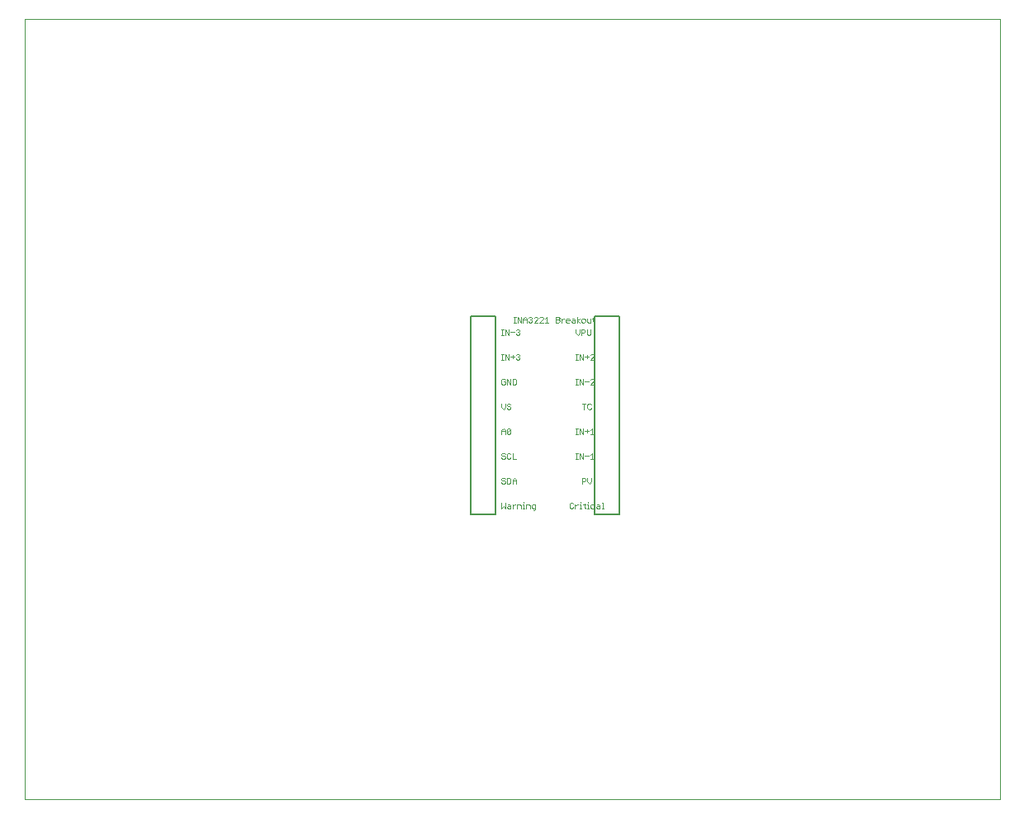
<source format=gto>
G75*
%MOIN*%
%OFA0B0*%
%FSLAX25Y25*%
%IPPOS*%
%LPD*%
%AMOC8*
5,1,8,0,0,1.08239X$1,22.5*
%
%ADD10C,0.00000*%
%ADD11C,0.00200*%
%ADD12C,0.00500*%
D10*
X0001000Y0001000D02*
X0001000Y0315961D01*
X0394701Y0315961D01*
X0394701Y0001000D01*
X0001000Y0001000D01*
D11*
X0193600Y0118600D02*
X0194334Y0119334D01*
X0195068Y0118600D01*
X0195068Y0120802D01*
X0196177Y0120068D02*
X0196911Y0120068D01*
X0197278Y0119701D01*
X0197278Y0118600D01*
X0196177Y0118600D01*
X0195810Y0118967D01*
X0196177Y0119334D01*
X0197278Y0119334D01*
X0198020Y0119334D02*
X0198754Y0120068D01*
X0199121Y0120068D01*
X0199861Y0120068D02*
X0200962Y0120068D01*
X0201329Y0119701D01*
X0201329Y0118600D01*
X0202071Y0118600D02*
X0202805Y0118600D01*
X0202438Y0118600D02*
X0202438Y0120068D01*
X0202071Y0120068D01*
X0202438Y0120802D02*
X0202438Y0121169D01*
X0203544Y0120068D02*
X0204645Y0120068D01*
X0205012Y0119701D01*
X0205012Y0118600D01*
X0205754Y0118967D02*
X0206121Y0118600D01*
X0207222Y0118600D01*
X0207222Y0118233D02*
X0207222Y0120068D01*
X0206121Y0120068D01*
X0205754Y0119701D01*
X0205754Y0118967D01*
X0206488Y0117866D02*
X0206855Y0117866D01*
X0207222Y0118233D01*
X0203544Y0118600D02*
X0203544Y0120068D01*
X0199861Y0120068D02*
X0199861Y0118600D01*
X0198020Y0118600D02*
X0198020Y0120068D01*
X0193600Y0120802D02*
X0193600Y0118600D01*
X0193967Y0128600D02*
X0193600Y0128967D01*
X0193967Y0128600D02*
X0194701Y0128600D01*
X0195068Y0128967D01*
X0195068Y0129334D01*
X0194701Y0129701D01*
X0193967Y0129701D01*
X0193600Y0130068D01*
X0193600Y0130435D01*
X0193967Y0130802D01*
X0194701Y0130802D01*
X0195068Y0130435D01*
X0195810Y0130802D02*
X0196911Y0130802D01*
X0197278Y0130435D01*
X0197278Y0128967D01*
X0196911Y0128600D01*
X0195810Y0128600D01*
X0195810Y0130802D01*
X0198020Y0130068D02*
X0198020Y0128600D01*
X0198020Y0129701D02*
X0199488Y0129701D01*
X0199488Y0130068D02*
X0199488Y0128600D01*
X0199488Y0130068D02*
X0198754Y0130802D01*
X0198020Y0130068D01*
X0198020Y0138600D02*
X0199488Y0138600D01*
X0198020Y0138600D02*
X0198020Y0140802D01*
X0197278Y0140435D02*
X0196911Y0140802D01*
X0196177Y0140802D01*
X0195810Y0140435D01*
X0195810Y0138967D01*
X0196177Y0138600D01*
X0196911Y0138600D01*
X0197278Y0138967D01*
X0195068Y0138967D02*
X0194701Y0138600D01*
X0193967Y0138600D01*
X0193600Y0138967D01*
X0193967Y0139701D02*
X0193600Y0140068D01*
X0193600Y0140435D01*
X0193967Y0140802D01*
X0194701Y0140802D01*
X0195068Y0140435D01*
X0194701Y0139701D02*
X0195068Y0139334D01*
X0195068Y0138967D01*
X0194701Y0139701D02*
X0193967Y0139701D01*
X0193600Y0148600D02*
X0193600Y0150068D01*
X0194334Y0150802D01*
X0195068Y0150068D01*
X0195068Y0148600D01*
X0195810Y0148967D02*
X0197278Y0150435D01*
X0197278Y0148967D01*
X0196911Y0148600D01*
X0196177Y0148600D01*
X0195810Y0148967D01*
X0195810Y0150435D01*
X0196177Y0150802D01*
X0196911Y0150802D01*
X0197278Y0150435D01*
X0195068Y0149701D02*
X0193600Y0149701D01*
X0194334Y0158600D02*
X0193600Y0159334D01*
X0193600Y0160802D01*
X0195068Y0160802D02*
X0195068Y0159334D01*
X0194334Y0158600D01*
X0195810Y0158967D02*
X0196177Y0158600D01*
X0196911Y0158600D01*
X0197278Y0158967D01*
X0197278Y0159334D01*
X0196911Y0159701D01*
X0196177Y0159701D01*
X0195810Y0160068D01*
X0195810Y0160435D01*
X0196177Y0160802D01*
X0196911Y0160802D01*
X0197278Y0160435D01*
X0197278Y0168600D02*
X0197278Y0170802D01*
X0198020Y0170802D02*
X0199121Y0170802D01*
X0199488Y0170435D01*
X0199488Y0168967D01*
X0199121Y0168600D01*
X0198020Y0168600D01*
X0198020Y0170802D01*
X0195810Y0170802D02*
X0197278Y0168600D01*
X0195810Y0168600D02*
X0195810Y0170802D01*
X0195068Y0170435D02*
X0194701Y0170802D01*
X0193967Y0170802D01*
X0193600Y0170435D01*
X0193600Y0168967D01*
X0193967Y0168600D01*
X0194701Y0168600D01*
X0195068Y0168967D01*
X0195068Y0169701D01*
X0194334Y0169701D01*
X0194334Y0178600D02*
X0193600Y0178600D01*
X0193967Y0178600D02*
X0193967Y0180802D01*
X0193600Y0180802D02*
X0194334Y0180802D01*
X0195073Y0180802D02*
X0196541Y0178600D01*
X0196541Y0180802D01*
X0197283Y0179701D02*
X0198751Y0179701D01*
X0198017Y0180435D02*
X0198017Y0178967D01*
X0199493Y0178967D02*
X0199860Y0178600D01*
X0200594Y0178600D01*
X0200961Y0178967D01*
X0200961Y0179334D01*
X0200594Y0179701D01*
X0200227Y0179701D01*
X0200594Y0179701D02*
X0200961Y0180068D01*
X0200961Y0180435D01*
X0200594Y0180802D01*
X0199860Y0180802D01*
X0199493Y0180435D01*
X0195073Y0180802D02*
X0195073Y0178600D01*
X0195073Y0188600D02*
X0195073Y0190802D01*
X0196541Y0188600D01*
X0196541Y0190802D01*
X0197283Y0189701D02*
X0198751Y0189701D01*
X0199493Y0190435D02*
X0199860Y0190802D01*
X0200594Y0190802D01*
X0200961Y0190435D01*
X0200961Y0190068D01*
X0200594Y0189701D01*
X0200961Y0189334D01*
X0200961Y0188967D01*
X0200594Y0188600D01*
X0199860Y0188600D01*
X0199493Y0188967D01*
X0200227Y0189701D02*
X0200594Y0189701D01*
X0194334Y0190802D02*
X0193600Y0190802D01*
X0193967Y0190802D02*
X0193967Y0188600D01*
X0193600Y0188600D02*
X0194334Y0188600D01*
X0198600Y0193600D02*
X0199334Y0193600D01*
X0198967Y0193600D02*
X0198967Y0195802D01*
X0198600Y0195802D02*
X0199334Y0195802D01*
X0200073Y0195802D02*
X0201541Y0193600D01*
X0201541Y0195802D01*
X0202283Y0195068D02*
X0203017Y0195802D01*
X0203751Y0195068D01*
X0203751Y0193600D01*
X0204493Y0193967D02*
X0204860Y0193600D01*
X0205594Y0193600D01*
X0205961Y0193967D01*
X0205961Y0194334D01*
X0205594Y0194701D01*
X0205227Y0194701D01*
X0205594Y0194701D02*
X0205961Y0195068D01*
X0205961Y0195435D01*
X0205594Y0195802D01*
X0204860Y0195802D01*
X0204493Y0195435D01*
X0203751Y0194701D02*
X0202283Y0194701D01*
X0202283Y0195068D02*
X0202283Y0193600D01*
X0200073Y0193600D02*
X0200073Y0195802D01*
X0206703Y0195435D02*
X0207070Y0195802D01*
X0207804Y0195802D01*
X0208171Y0195435D01*
X0208171Y0195068D01*
X0206703Y0193600D01*
X0208171Y0193600D01*
X0208913Y0193600D02*
X0210381Y0195068D01*
X0210381Y0195435D01*
X0210014Y0195802D01*
X0209280Y0195802D01*
X0208913Y0195435D01*
X0208913Y0193600D02*
X0210381Y0193600D01*
X0211123Y0193600D02*
X0212591Y0193600D01*
X0211857Y0193600D02*
X0211857Y0195802D01*
X0211123Y0195068D01*
X0215542Y0194701D02*
X0216643Y0194701D01*
X0217010Y0194334D01*
X0217010Y0193967D01*
X0216643Y0193600D01*
X0215542Y0193600D01*
X0215542Y0195802D01*
X0216643Y0195802D01*
X0217010Y0195435D01*
X0217010Y0195068D01*
X0216643Y0194701D01*
X0217752Y0195068D02*
X0217752Y0193600D01*
X0217752Y0194334D02*
X0218486Y0195068D01*
X0218853Y0195068D01*
X0219594Y0194701D02*
X0219961Y0195068D01*
X0220695Y0195068D01*
X0221062Y0194701D01*
X0221062Y0194334D01*
X0219594Y0194334D01*
X0219594Y0193967D02*
X0219594Y0194701D01*
X0219594Y0193967D02*
X0219961Y0193600D01*
X0220695Y0193600D01*
X0221804Y0193967D02*
X0222171Y0194334D01*
X0223272Y0194334D01*
X0223272Y0194701D02*
X0223272Y0193600D01*
X0222171Y0193600D01*
X0221804Y0193967D01*
X0222171Y0195068D02*
X0222905Y0195068D01*
X0223272Y0194701D01*
X0224014Y0194334D02*
X0225115Y0195068D01*
X0225855Y0194701D02*
X0225855Y0193967D01*
X0226222Y0193600D01*
X0226956Y0193600D01*
X0227323Y0193967D01*
X0227323Y0194701D01*
X0226956Y0195068D01*
X0226222Y0195068D01*
X0225855Y0194701D01*
X0225115Y0193600D02*
X0224014Y0194334D01*
X0224014Y0193600D02*
X0224014Y0195802D01*
X0228065Y0195068D02*
X0228065Y0193967D01*
X0228432Y0193600D01*
X0229533Y0193600D01*
X0229533Y0195068D01*
X0230275Y0195068D02*
X0231009Y0195068D01*
X0230642Y0195435D02*
X0230642Y0193967D01*
X0231009Y0193600D01*
X0229488Y0190802D02*
X0229488Y0188967D01*
X0229121Y0188600D01*
X0228387Y0188600D01*
X0228020Y0188967D01*
X0228020Y0190802D01*
X0227278Y0190435D02*
X0227278Y0189701D01*
X0226911Y0189334D01*
X0225810Y0189334D01*
X0225810Y0188600D02*
X0225810Y0190802D01*
X0226911Y0190802D01*
X0227278Y0190435D01*
X0225068Y0190802D02*
X0225068Y0189334D01*
X0224334Y0188600D01*
X0223600Y0189334D01*
X0223600Y0190802D01*
X0223600Y0180802D02*
X0224334Y0180802D01*
X0223967Y0180802D02*
X0223967Y0178600D01*
X0223600Y0178600D02*
X0224334Y0178600D01*
X0225073Y0178600D02*
X0225073Y0180802D01*
X0226541Y0178600D01*
X0226541Y0180802D01*
X0227283Y0179701D02*
X0228751Y0179701D01*
X0228017Y0180435D02*
X0228017Y0178967D01*
X0229493Y0178600D02*
X0230961Y0180068D01*
X0230961Y0180435D01*
X0230594Y0180802D01*
X0229860Y0180802D01*
X0229493Y0180435D01*
X0229493Y0178600D02*
X0230961Y0178600D01*
X0230594Y0170802D02*
X0229860Y0170802D01*
X0229493Y0170435D01*
X0228751Y0169701D02*
X0227283Y0169701D01*
X0226541Y0168600D02*
X0226541Y0170802D01*
X0225073Y0170802D02*
X0226541Y0168600D01*
X0225073Y0168600D02*
X0225073Y0170802D01*
X0224334Y0170802D02*
X0223600Y0170802D01*
X0223967Y0170802D02*
X0223967Y0168600D01*
X0223600Y0168600D02*
X0224334Y0168600D01*
X0229493Y0168600D02*
X0230961Y0170068D01*
X0230961Y0170435D01*
X0230594Y0170802D01*
X0230961Y0168600D02*
X0229493Y0168600D01*
X0229411Y0160802D02*
X0228677Y0160802D01*
X0228310Y0160435D01*
X0228310Y0158967D01*
X0228677Y0158600D01*
X0229411Y0158600D01*
X0229778Y0158967D01*
X0229778Y0160435D02*
X0229411Y0160802D01*
X0227568Y0160802D02*
X0226100Y0160802D01*
X0226834Y0160802D02*
X0226834Y0158600D01*
X0226541Y0150802D02*
X0226541Y0148600D01*
X0225073Y0150802D01*
X0225073Y0148600D01*
X0224334Y0148600D02*
X0223600Y0148600D01*
X0223967Y0148600D02*
X0223967Y0150802D01*
X0223600Y0150802D02*
X0224334Y0150802D01*
X0227283Y0149701D02*
X0228751Y0149701D01*
X0229493Y0150068D02*
X0230227Y0150802D01*
X0230227Y0148600D01*
X0229493Y0148600D02*
X0230961Y0148600D01*
X0228017Y0148967D02*
X0228017Y0150435D01*
X0226541Y0140802D02*
X0226541Y0138600D01*
X0225073Y0140802D01*
X0225073Y0138600D01*
X0224334Y0138600D02*
X0223600Y0138600D01*
X0223967Y0138600D02*
X0223967Y0140802D01*
X0223600Y0140802D02*
X0224334Y0140802D01*
X0227283Y0139701D02*
X0228751Y0139701D01*
X0229493Y0140068D02*
X0230227Y0140802D01*
X0230227Y0138600D01*
X0229493Y0138600D02*
X0230961Y0138600D01*
X0229778Y0130802D02*
X0229778Y0129334D01*
X0229044Y0128600D01*
X0228310Y0129334D01*
X0228310Y0130802D01*
X0227568Y0130435D02*
X0227568Y0129701D01*
X0227201Y0129334D01*
X0226100Y0129334D01*
X0226100Y0128600D02*
X0226100Y0130802D01*
X0227201Y0130802D01*
X0227568Y0130435D01*
X0228465Y0121169D02*
X0228465Y0120802D01*
X0228465Y0120068D02*
X0228465Y0118600D01*
X0228098Y0118600D02*
X0228832Y0118600D01*
X0229571Y0118967D02*
X0229938Y0118600D01*
X0231039Y0118600D01*
X0231781Y0118967D02*
X0232148Y0119334D01*
X0233249Y0119334D01*
X0233249Y0119701D02*
X0233249Y0118600D01*
X0232148Y0118600D01*
X0231781Y0118967D01*
X0232148Y0120068D02*
X0232882Y0120068D01*
X0233249Y0119701D01*
X0233991Y0120802D02*
X0234358Y0120802D01*
X0234358Y0118600D01*
X0233991Y0118600D02*
X0234725Y0118600D01*
X0231039Y0120068D02*
X0229938Y0120068D01*
X0229571Y0119701D01*
X0229571Y0118967D01*
X0228465Y0120068D02*
X0228098Y0120068D01*
X0227359Y0120068D02*
X0226625Y0120068D01*
X0226992Y0120435D02*
X0226992Y0118967D01*
X0227359Y0118600D01*
X0225885Y0118600D02*
X0225151Y0118600D01*
X0225518Y0118600D02*
X0225518Y0120068D01*
X0225151Y0120068D01*
X0224411Y0120068D02*
X0224044Y0120068D01*
X0223310Y0119334D01*
X0223310Y0118600D02*
X0223310Y0120068D01*
X0222568Y0120435D02*
X0222201Y0120802D01*
X0221467Y0120802D01*
X0221100Y0120435D01*
X0221100Y0118967D01*
X0221467Y0118600D01*
X0222201Y0118600D01*
X0222568Y0118967D01*
X0225518Y0120802D02*
X0225518Y0121169D01*
D12*
X0231000Y0116000D02*
X0231000Y0196000D01*
X0241000Y0196000D01*
X0241000Y0116000D01*
X0231000Y0116000D01*
X0191000Y0116000D02*
X0181000Y0116000D01*
X0181000Y0196000D01*
X0191000Y0196000D01*
X0191000Y0116000D01*
M02*

</source>
